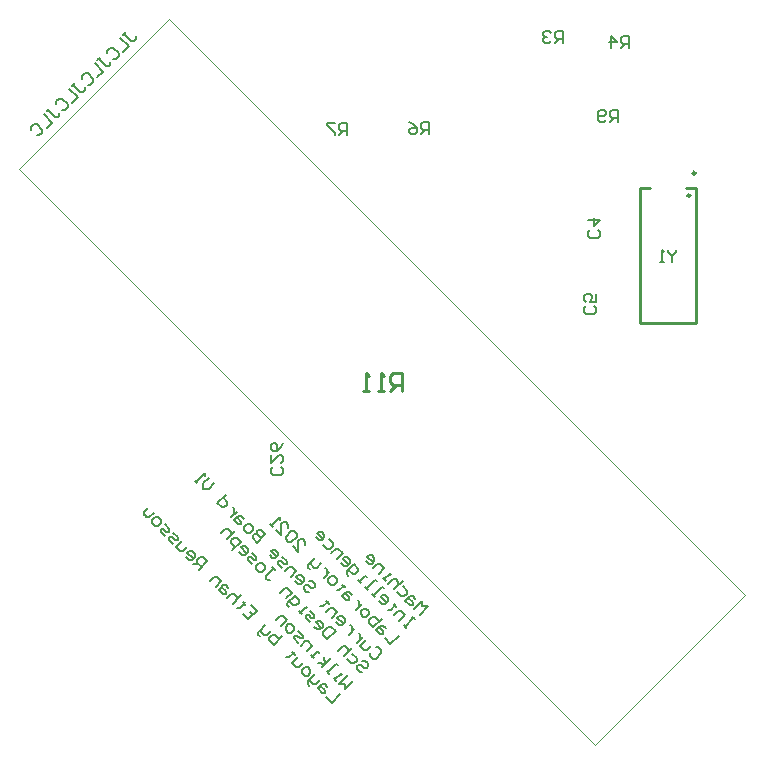
<source format=gbo>
G04*
G04 #@! TF.GenerationSoftware,Altium Limited,Altium Designer,21.6.4 (81)*
G04*
G04 Layer_Color=32896*
%FSLAX25Y25*%
%MOIN*%
G70*
G04*
G04 #@! TF.SameCoordinates,AE92149D-F2BC-473A-8121-C18DD6311B00*
G04*
G04*
G04 #@! TF.FilePolarity,Positive*
G04*
G01*
G75*
%ADD10C,0.01000*%
%ADD11C,0.00984*%
%ADD15C,0.00600*%
%ADD96C,0.00394*%
D10*
X104528Y19685D02*
Y64567D01*
X101181D02*
X104528D01*
X86024Y19685D02*
X104528D01*
X86024Y64567D02*
X89370D01*
X86024Y19685D02*
Y64567D01*
X6498Y-2999D02*
Y2999D01*
X3499D01*
X2499Y1999D01*
Y0D01*
X3499Y-1000D01*
X6498D01*
X4499D02*
X2499Y-2999D01*
X500D02*
X-1500D01*
X-500D01*
Y2999D01*
X500Y1999D01*
X-4499Y-2999D02*
X-6498D01*
X-5498D01*
Y2999D01*
X-4499Y1999D01*
D11*
X102768Y62126D02*
G03*
X102768Y62126I-492J0D01*
G01*
X104468Y69626D02*
G03*
X104468Y69626I-492J0D01*
G01*
D15*
X12493Y-77603D02*
X15321Y-74775D01*
X13436D01*
X13436Y-72891D01*
X10608Y-75718D01*
X11080Y-72419D02*
X10137Y-71477D01*
X9195D01*
X7781Y-72891D01*
X9195Y-74304D01*
X10137D01*
Y-73362D01*
X8723Y-71948D01*
X6838Y-68178D02*
X8252Y-69592D01*
Y-70534D01*
X7310Y-71477D01*
X6367D01*
X4953Y-70063D01*
X6838Y-66293D02*
X4011Y-69121D01*
X5424Y-67707D01*
Y-66764D01*
X4482Y-65822D01*
X3540D01*
X2126Y-67235D01*
X1183Y-66293D02*
X241Y-65350D01*
X712Y-65822D01*
X2597Y-63937D01*
X3068Y-64408D01*
X-1173Y-63937D02*
X712Y-62052D01*
X-702Y-60638D01*
X-1644D01*
X-3058Y-62052D01*
X-5414Y-59695D02*
X-4472Y-60638D01*
X-3529D01*
X-2587Y-59695D01*
Y-58753D01*
X-3529Y-57810D01*
X-4472D01*
X-4943Y-58282D01*
X-3058Y-60167D01*
X10910Y-79187D02*
X9967Y-78244D01*
X10438Y-78715D01*
X7611Y-81543D01*
X8082Y-82014D01*
X7140Y-81072D01*
X5726Y-79658D02*
X7611Y-77773D01*
X6197Y-76359D01*
X5255D01*
X3841Y-77773D01*
X4783Y-74003D02*
X4312Y-74474D01*
X4783Y-74945D01*
X3841Y-74003D01*
X4312Y-74474D01*
X2898Y-75888D01*
X1956D01*
X-872Y-73061D02*
X71Y-74003D01*
X1013D01*
X1956Y-73061D01*
Y-72118D01*
X1013Y-71175D01*
X71D01*
X-400Y-71647D01*
X1484Y-73532D01*
X-2286Y-71647D02*
X-3228Y-70704D01*
X-2757Y-71175D01*
X71Y-68348D01*
X542Y-68819D01*
X-4642Y-69290D02*
X-5584Y-68348D01*
X-5113Y-68819D01*
X-2286Y-65992D01*
X-1814Y-66463D01*
X-6998Y-66934D02*
X-7941Y-65992D01*
X-7469Y-66463D01*
X-5584Y-64578D01*
X-5113Y-65049D01*
X-11239Y-64578D02*
X-11710Y-64107D01*
Y-63164D01*
X-9354Y-60808D01*
X-7941Y-62222D01*
Y-63164D01*
X-8883Y-64107D01*
X-9826D01*
X-11239Y-62693D01*
X-13596Y-60337D02*
X-12653Y-61279D01*
X-11710D01*
X-10768Y-60337D01*
Y-59394D01*
X-11710Y-58452D01*
X-12653D01*
X-13124Y-58923D01*
X-11239Y-60808D01*
X-15009Y-58923D02*
X-13124Y-57038D01*
X-14538Y-55624D01*
X-15481D01*
X-16894Y-57038D01*
X-17837Y-52325D02*
X-16423Y-53739D01*
Y-54682D01*
X-17366Y-55624D01*
X-18308D01*
X-19722Y-54210D01*
X-22078Y-51854D02*
X-21136Y-52797D01*
X-20193D01*
X-19251Y-51854D01*
Y-50912D01*
X-20193Y-49969D01*
X-21136D01*
X-21607Y-50440D01*
X-19722Y-52325D01*
X5556Y-84540D02*
X2728Y-87368D01*
X843Y-85483D01*
X1315Y-82184D02*
X372Y-81242D01*
X-570D01*
X-1984Y-82656D01*
X-570Y-84069D01*
X372D01*
Y-83127D01*
X-1042Y-81713D01*
X-99Y-78886D02*
X-2927Y-81713D01*
X-4340Y-80299D01*
Y-79357D01*
X-3869Y-78886D01*
X-3398Y-78414D01*
X-2455D01*
X-1042Y-79828D01*
X-6225Y-78414D02*
X-7168Y-77472D01*
Y-76529D01*
X-6225Y-75587D01*
X-5283D01*
X-4341Y-76529D01*
Y-77472D01*
X-5283Y-78414D01*
X-6225D01*
X-6697Y-74173D02*
X-8582Y-76058D01*
X-7639Y-75115D01*
Y-74173D01*
Y-73230D01*
X-8111Y-72759D01*
X-9995Y-70874D02*
X-10938Y-69932D01*
X-11880D01*
X-13294Y-71345D01*
X-11880Y-72759D01*
X-10938D01*
Y-71817D01*
X-12352Y-70403D01*
Y-67575D02*
X-12823Y-68047D01*
X-12352Y-68518D01*
X-13294Y-67575D01*
X-12823Y-68047D01*
X-14237Y-69460D01*
X-15179D01*
X-17064Y-67575D02*
X-18007Y-66633D01*
Y-65690D01*
X-17064Y-64748D01*
X-16122D01*
X-15179Y-65690D01*
Y-66633D01*
X-16122Y-67575D01*
X-17064D01*
X-17536Y-63334D02*
X-19421Y-65219D01*
X-18478Y-64277D01*
Y-63334D01*
Y-62392D01*
X-18949Y-61920D01*
X-20363Y-60507D02*
X-21777Y-61920D01*
X-22719D01*
X-24133Y-60507D01*
X-24604Y-60978D01*
Y-61920D01*
X-24133Y-62392D01*
Y-60507D02*
X-22248Y-58622D01*
X-29788Y-54852D02*
X-27903Y-56737D01*
Y-52967D01*
X-27432Y-52495D01*
X-26489D01*
X-25547Y-53438D01*
Y-54380D01*
X-28374Y-51553D02*
Y-50610D01*
X-29317Y-49668D01*
X-30259D01*
X-32144Y-51553D01*
Y-52495D01*
X-31202Y-53438D01*
X-30259D01*
X-28374Y-51553D01*
X-35443Y-49197D02*
X-33558Y-51082D01*
Y-47311D01*
X-33087Y-46840D01*
X-32144D01*
X-31202Y-47783D01*
Y-48725D01*
X-36386Y-48254D02*
X-37328Y-47311D01*
X-36857Y-47783D01*
X-34029Y-44955D01*
Y-45898D01*
X-2154Y-88481D02*
X-1212D01*
X-269Y-89423D01*
Y-90365D01*
X-2154Y-92251D01*
X-3097D01*
X-4039Y-91308D01*
Y-90365D01*
X-3568Y-88009D02*
X-4982Y-89423D01*
X-5924D01*
X-7338Y-88009D01*
X-5453Y-86124D01*
X-6395Y-85182D02*
X-8281Y-87067D01*
X-7338Y-86124D01*
Y-85182D01*
Y-84239D01*
X-7809Y-83768D01*
X-9223Y-82354D02*
X-11108Y-84239D01*
X-10165Y-83297D01*
Y-82354D01*
Y-81412D01*
X-10637Y-80941D01*
X-15349Y-79998D02*
X-14407Y-80940D01*
X-13464D01*
X-12522Y-79998D01*
Y-79055D01*
X-13464Y-78113D01*
X-14407D01*
X-14878Y-78584D01*
X-12993Y-80469D01*
X-16763Y-78584D02*
X-14878Y-76699D01*
X-16292Y-75285D01*
X-17234D01*
X-18648Y-76699D01*
X-17706Y-72929D02*
X-18177Y-73400D01*
X-17706Y-73872D01*
X-18648Y-72929D01*
X-18177Y-73400D01*
X-19590Y-74814D01*
X-20533D01*
X-24303Y-66332D02*
X-23360D01*
X-22418Y-67274D01*
Y-68217D01*
X-22889Y-68688D01*
X-23832D01*
X-24774Y-67745D01*
X-25717D01*
X-26188Y-68217D01*
Y-69159D01*
X-25245Y-70102D01*
X-24303D01*
X-29016Y-66332D02*
X-28073Y-67274D01*
X-27130D01*
X-26188Y-66332D01*
Y-65389D01*
X-27130Y-64447D01*
X-28073D01*
X-28544Y-64918D01*
X-26659Y-66803D01*
X-30429Y-64918D02*
X-28544Y-63033D01*
X-29958Y-61619D01*
X-30901D01*
X-32314Y-63033D01*
X-33257Y-62090D02*
X-34671Y-60677D01*
Y-59734D01*
X-33728D01*
X-32786Y-60677D01*
X-31843D01*
Y-59734D01*
X-33257Y-58320D01*
X-37498Y-57849D02*
X-36556Y-58792D01*
X-35613D01*
X-34671Y-57849D01*
Y-56907D01*
X-35613Y-55964D01*
X-36556D01*
X-37027Y-56435D01*
X-35142Y-58320D01*
X-38912Y-50780D02*
X-41739Y-53608D01*
X-43153Y-52194D01*
Y-51252D01*
X-42682Y-50780D01*
X-41739D01*
X-40326Y-52194D01*
X-41739Y-50780D01*
Y-49838D01*
X-41268Y-49367D01*
X-40326D01*
X-38912Y-50780D01*
X-45038Y-50309D02*
X-45981Y-49367D01*
Y-48424D01*
X-45038Y-47482D01*
X-44096D01*
X-43153Y-48424D01*
Y-49367D01*
X-44096Y-50309D01*
X-45038D01*
X-45981Y-45597D02*
X-46923Y-44654D01*
X-47866D01*
X-49279Y-46068D01*
X-47866Y-47482D01*
X-46923D01*
Y-46539D01*
X-48337Y-45125D01*
X-48337Y-43240D02*
X-50222Y-45125D01*
X-49279Y-44183D01*
Y-43240D01*
Y-42298D01*
X-49751Y-41827D01*
X-52107Y-37585D02*
X-54934Y-40413D01*
X-53521Y-41827D01*
X-52578D01*
X-51636Y-40884D01*
Y-39941D01*
X-53049Y-38528D01*
X-55877Y-33815D02*
X-57762Y-35700D01*
X-59647D01*
Y-33815D01*
X-57762Y-31930D01*
X-61532Y-33815D02*
X-62475Y-32873D01*
X-62003Y-33344D01*
X-59176Y-30516D01*
Y-31459D01*
X-6565Y-92892D02*
X-5623D01*
X-4680Y-93834D01*
Y-94777D01*
X-5152Y-95248D01*
X-6094D01*
X-7037Y-94305D01*
X-7979D01*
X-8450Y-94777D01*
Y-95719D01*
X-7508Y-96662D01*
X-6565D01*
X-9864Y-90535D02*
X-8450Y-91949D01*
Y-92892D01*
X-9393Y-93834D01*
X-10335D01*
X-11749Y-92421D01*
X-9864Y-88651D02*
X-12692Y-91478D01*
X-11278Y-90064D01*
Y-89122D01*
X-12220Y-88179D01*
X-13163D01*
X-14577Y-89593D01*
X-15519Y-82995D02*
X-18347Y-85823D01*
X-19760Y-84409D01*
Y-83467D01*
X-17876Y-81582D01*
X-16933D01*
X-15519Y-82995D01*
X-22588Y-81582D02*
X-21645Y-82524D01*
X-20703D01*
X-19760Y-81582D01*
Y-80639D01*
X-20703Y-79697D01*
X-21645D01*
X-22117Y-80168D01*
X-20232Y-82053D01*
X-24002Y-80168D02*
X-25416Y-78754D01*
Y-77812D01*
X-24473D01*
X-23530Y-78754D01*
X-22588D01*
Y-77812D01*
X-24002Y-76398D01*
X-26829Y-77340D02*
X-27772Y-76398D01*
X-27301Y-76869D01*
X-25416Y-74984D01*
X-24944Y-75455D01*
X-31071Y-74984D02*
X-31542Y-74513D01*
Y-73570D01*
X-29186Y-71214D01*
X-27772Y-72628D01*
Y-73570D01*
X-28714Y-74513D01*
X-29657D01*
X-31071Y-73099D01*
X-32013Y-72157D02*
X-30128Y-70272D01*
X-31542Y-68858D01*
X-32484D01*
X-33898Y-70272D01*
X-36726Y-61789D02*
X-35783Y-62732D01*
X-36254Y-62260D01*
X-38611Y-64617D01*
Y-65559D01*
X-38139Y-66030D01*
X-37197D01*
X-40967Y-63203D02*
X-41909Y-62260D01*
Y-61318D01*
X-40967Y-60375D01*
X-40024D01*
X-39082Y-61318D01*
Y-62260D01*
X-40024Y-63203D01*
X-40967D01*
X-43323Y-60847D02*
X-44737Y-59433D01*
Y-58490D01*
X-43794D01*
X-42852Y-59433D01*
X-41909D01*
Y-58490D01*
X-43323Y-57077D01*
X-47564Y-56605D02*
X-46622Y-57548D01*
X-45679D01*
X-44737Y-56605D01*
Y-55663D01*
X-45679Y-54720D01*
X-46622D01*
X-47093Y-55191D01*
X-45208Y-57077D01*
X-49921Y-56134D02*
X-47093Y-53307D01*
X-48507Y-51893D01*
X-49449D01*
X-50392Y-52835D01*
Y-53778D01*
X-48978Y-55191D01*
Y-49536D02*
X-51806Y-52364D01*
X-50392Y-50950D01*
Y-50008D01*
X-51334Y-49065D01*
X-52277D01*
X-53691Y-50479D01*
X-9563Y-99659D02*
X-12390Y-102487D01*
Y-100602D01*
X-14275D01*
X-11448Y-97774D01*
X-15218Y-99659D02*
X-16161Y-98717D01*
X-15689Y-99188D01*
X-13804Y-97303D01*
X-13333Y-97774D01*
X-17574Y-97303D02*
X-18517Y-96360D01*
X-18045Y-96832D01*
X-15218Y-94004D01*
X-14747Y-94476D01*
X-19930Y-94947D02*
X-17103Y-92119D01*
X-18988Y-94004D02*
X-19459Y-91648D01*
X-18988Y-94004D02*
X-21344Y-93533D01*
X-22758Y-92119D02*
X-23700Y-91177D01*
X-23229Y-91648D01*
X-21344Y-89763D01*
X-20873Y-90234D01*
X-25114Y-89763D02*
X-23229Y-87878D01*
X-24643Y-86464D01*
X-25585D01*
X-26999Y-87878D01*
X-27942Y-86935D02*
X-29355Y-85522D01*
Y-84579D01*
X-28413D01*
X-27470Y-85522D01*
X-26528D01*
Y-84579D01*
X-27942Y-83165D01*
X-31240Y-83637D02*
X-32183Y-82694D01*
Y-81752D01*
X-31240Y-80809D01*
X-30298D01*
X-29355Y-81752D01*
Y-82694D01*
X-30298Y-83637D01*
X-31240D01*
X-33597Y-81280D02*
X-31712Y-79395D01*
X-33125Y-77982D01*
X-34068D01*
X-35482Y-79395D01*
X-13974Y-104070D02*
X-16802Y-106898D01*
X-18687Y-105013D01*
X-18215Y-101714D02*
X-19158Y-100772D01*
X-20100D01*
X-21514Y-102185D01*
X-20100Y-103599D01*
X-19158D01*
Y-102657D01*
X-20572Y-101243D01*
Y-99358D02*
X-21985Y-100772D01*
X-22928D01*
X-24342Y-99358D01*
X-24813Y-99829D01*
Y-100772D01*
X-24342Y-101243D01*
Y-99358D02*
X-22457Y-97473D01*
X-25756Y-97944D02*
X-26698Y-97002D01*
Y-96059D01*
X-25756Y-95117D01*
X-24813D01*
X-23870Y-96059D01*
Y-97002D01*
X-24813Y-97944D01*
X-25756D01*
X-26227Y-93703D02*
X-27641Y-95117D01*
X-28583D01*
X-29997Y-93703D01*
X-28112Y-91818D01*
X-29054Y-89933D02*
X-29526Y-90404D01*
X-29054Y-90875D01*
X-29997Y-89933D01*
X-29526Y-90404D01*
X-30939Y-91818D01*
X-31882D01*
X-33296Y-84749D02*
X-36123Y-87577D01*
X-37537Y-86163D01*
Y-85220D01*
X-37066Y-84749D01*
X-36594Y-84278D01*
X-35652D01*
X-34238Y-85692D01*
X-37066Y-82864D02*
X-38479Y-84278D01*
X-39422D01*
X-40836Y-82864D01*
X-41307Y-83335D01*
Y-84278D01*
X-40836Y-84749D01*
Y-82864D02*
X-38950Y-80979D01*
X-43663Y-74382D02*
X-41778Y-76267D01*
X-44606Y-79094D01*
X-46491Y-77209D01*
X-43192Y-77680D02*
X-44134Y-76738D01*
X-45548Y-73439D02*
X-46019Y-73910D01*
X-45548Y-74382D01*
X-46491Y-73439D01*
X-46019Y-73910D01*
X-47433Y-75324D01*
X-48376D01*
X-46962Y-71083D02*
X-49789Y-73910D01*
X-48376Y-72497D01*
Y-71554D01*
X-49318Y-70612D01*
X-50261D01*
X-51674Y-72025D01*
X-51203Y-68727D02*
X-52146Y-67784D01*
X-53088D01*
X-54502Y-69198D01*
X-53088Y-70612D01*
X-52146D01*
Y-69669D01*
X-53559Y-68255D01*
X-55444Y-68255D02*
X-53559Y-66370D01*
X-54973Y-64956D01*
X-55916D01*
X-57329Y-66370D01*
X-61099Y-62600D02*
X-58272Y-59773D01*
X-59686Y-58359D01*
X-60628D01*
X-61571Y-59302D01*
Y-60244D01*
X-60157Y-61658D01*
X-61099Y-60715D02*
X-62984D01*
X-65341Y-58359D02*
X-64398Y-59302D01*
X-63456D01*
X-62513Y-58359D01*
Y-57416D01*
X-63456Y-56474D01*
X-64398D01*
X-64869Y-56945D01*
X-62984Y-58830D01*
X-64869Y-55060D02*
X-66283Y-56474D01*
X-67226D01*
X-68639Y-55060D01*
X-66754Y-53175D01*
X-69582Y-54118D02*
X-70996Y-52704D01*
Y-51762D01*
X-70053D01*
X-69111Y-52704D01*
X-68168D01*
Y-51762D01*
X-69582Y-50348D01*
X-72409Y-51290D02*
X-73823Y-49876D01*
Y-48934D01*
X-72881D01*
X-71938Y-49876D01*
X-70996D01*
Y-48934D01*
X-72409Y-47520D01*
X-75708Y-47991D02*
X-76651Y-47049D01*
Y-46106D01*
X-75708Y-45164D01*
X-74766D01*
X-73823Y-46106D01*
Y-47049D01*
X-74766Y-47991D01*
X-75708D01*
X-76179Y-43750D02*
X-77593Y-45164D01*
X-78536D01*
Y-44221D01*
X-79478D01*
Y-43279D01*
X-78065Y-41865D01*
X-86411Y115629D02*
X-85469Y116571D01*
X-85940Y116100D01*
X-83584Y113744D01*
X-82641D01*
X-82170Y114215D01*
Y115158D01*
X-87354Y114686D02*
X-84526Y111859D01*
X-86411Y109974D01*
X-91595Y109503D02*
Y110445D01*
X-90653Y111388D01*
X-89710D01*
X-87825Y109503D01*
Y108560D01*
X-88767Y107618D01*
X-89710D01*
X-94894Y107146D02*
X-93951Y108089D01*
X-94423Y107618D01*
X-92066Y105261D01*
X-91124D01*
X-90653Y105733D01*
Y106675D01*
X-95836Y106204D02*
X-93009Y103376D01*
X-94894Y101491D01*
X-100078Y101020D02*
Y101963D01*
X-99135Y102905D01*
X-98193D01*
X-96308Y101020D01*
Y100077D01*
X-97250Y99135D01*
X-98193D01*
X-103376Y98664D02*
X-102434Y99606D01*
X-102905Y99135D01*
X-100549Y96779D01*
X-99606D01*
X-99135Y97250D01*
Y98193D01*
X-104319Y97721D02*
X-101491Y94894D01*
X-103376Y93009D01*
X-108560Y92537D02*
Y93480D01*
X-107618Y94423D01*
X-106675D01*
X-104790Y92537D01*
Y91595D01*
X-105733Y90653D01*
X-106675D01*
X-111859Y90181D02*
X-110916Y91124D01*
X-111388Y90653D01*
X-109031Y88296D01*
X-108089D01*
X-107618Y88767D01*
Y89710D01*
X-112801Y89239D02*
X-109974Y86411D01*
X-111859Y84526D01*
X-117043Y84055D02*
Y84997D01*
X-116100Y85940D01*
X-115158D01*
X-113273Y84055D01*
Y83113D01*
X-114215Y82170D01*
X-115158D01*
X97941Y44125D02*
Y43459D01*
X96609Y42126D01*
X95276Y43459D01*
Y44125D01*
X96609Y42126D02*
Y40127D01*
X93943D02*
X92610D01*
X93276D01*
Y44125D01*
X93943Y43459D01*
X78740Y86616D02*
Y90614D01*
X76741D01*
X76074Y89948D01*
Y88615D01*
X76741Y87948D01*
X78740D01*
X77407D02*
X76074Y86616D01*
X74741Y87282D02*
X74075Y86616D01*
X72742D01*
X72075Y87282D01*
Y89948D01*
X72742Y90614D01*
X74075D01*
X74741Y89948D01*
Y89281D01*
X74075Y88615D01*
X72075D01*
X-11790Y82418D02*
Y86417D01*
X-13790D01*
X-14456Y85750D01*
Y84417D01*
X-13790Y83751D01*
X-11790D01*
X-13123D02*
X-14456Y82418D01*
X-15789Y86417D02*
X-18455D01*
Y85750D01*
X-15789Y83084D01*
Y82418D01*
X15561Y82733D02*
Y86732D01*
X13561D01*
X12895Y86065D01*
Y84733D01*
X13561Y84066D01*
X15561D01*
X14228D02*
X12895Y82733D01*
X8896Y86732D02*
X10229Y86065D01*
X11562Y84733D01*
Y83400D01*
X10895Y82733D01*
X9562D01*
X8896Y83400D01*
Y84066D01*
X9562Y84733D01*
X11562D01*
X82446Y111444D02*
Y115443D01*
X80447D01*
X79780Y114776D01*
Y113443D01*
X80447Y112777D01*
X82446D01*
X81113D02*
X79780Y111444D01*
X76448D02*
Y115443D01*
X78448Y113443D01*
X75782D01*
X60226Y112999D02*
Y116997D01*
X58227D01*
X57560Y116331D01*
Y114998D01*
X58227Y114332D01*
X60226D01*
X58893D02*
X57560Y112999D01*
X56227Y116331D02*
X55561Y116997D01*
X54228D01*
X53561Y116331D01*
Y115665D01*
X54228Y114998D01*
X54894D01*
X54228D01*
X53561Y114332D01*
Y113665D01*
X54228Y112999D01*
X55561D01*
X56227Y113665D01*
X-33707Y-28256D02*
X-33040Y-28923D01*
Y-30256D01*
X-33707Y-30922D01*
X-36372D01*
X-37039Y-30256D01*
Y-28923D01*
X-36372Y-28256D01*
X-37039Y-24258D02*
Y-26923D01*
X-34373Y-24258D01*
X-33707D01*
X-33040Y-24924D01*
Y-26257D01*
X-33707Y-26923D01*
X-33040Y-20259D02*
X-33707Y-21592D01*
X-35039Y-22925D01*
X-36372D01*
X-37039Y-22258D01*
Y-20925D01*
X-36372Y-20259D01*
X-35706D01*
X-35039Y-20925D01*
Y-22925D01*
X70624Y25318D02*
X71291Y24651D01*
Y23318D01*
X70624Y22652D01*
X67958D01*
X67292Y23318D01*
Y24651D01*
X67958Y25318D01*
X71291Y29316D02*
Y26651D01*
X69291D01*
X69958Y27984D01*
Y28650D01*
X69291Y29316D01*
X67958D01*
X67292Y28650D01*
Y27317D01*
X67958Y26651D01*
X71805Y50515D02*
X72472Y49848D01*
Y48515D01*
X71805Y47849D01*
X69139D01*
X68473Y48515D01*
Y49848D01*
X69139Y50515D01*
X68473Y53847D02*
X72472D01*
X70472Y51848D01*
Y54513D01*
D96*
X-121099Y70989D02*
X70989Y-121099D01*
X121099Y-70989D01*
X-70989Y121099D02*
X121099Y-70989D01*
X-121099Y70989D02*
X-70989Y121099D01*
M02*

</source>
